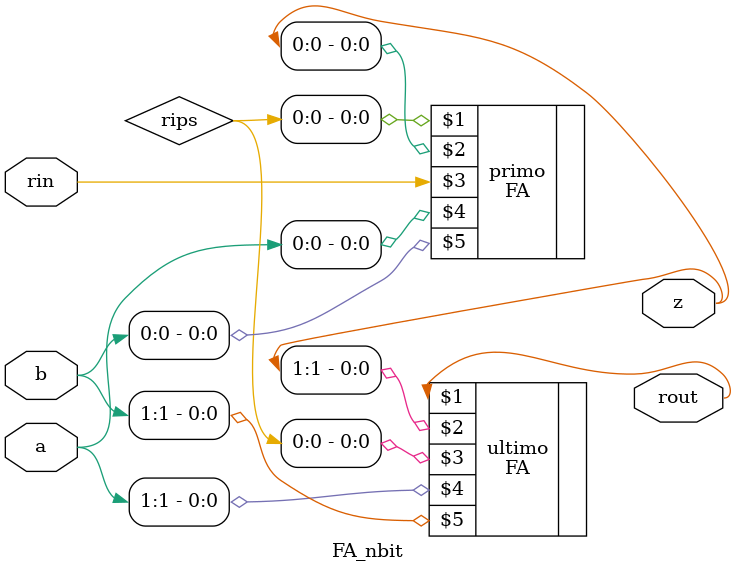
<source format=v>
module FA_nbit(output rout, output [N-1:0] z, input rin, input [N-1:0] a, input [N-1:0] b);
  parameter N = 2; // inserisco un valore di default nel caso non sia stato passato il parmetro
  wire [N-1:0] rips; // il riporto dopo la somma cambia su FA1
  FA primo (rips[0], z[0], rin, a[0], b[0]);
  genvar i; // specifico che la i deve far parte di un for generativo
  generate // for generativo = significa che sto creando un numero parametrico di componenti
    for (i = 1; i<N-1; i=i+1) begin
      FA fa (rips[i], z[i], rips[i-1], a[i], b[i]);
    end
  endgenerate
  FA ultimo (rout, z[N-1], rips[N-2], a[N-1], b[N-1]);
endmodule
</source>
